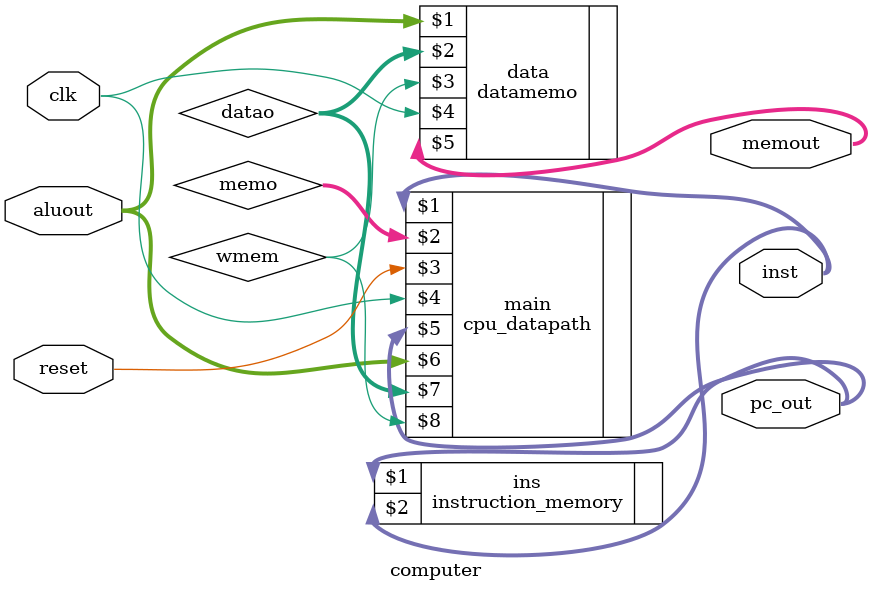
<source format=sv>
module computer #(
   parameter WIDTH=32
 ) (
   clk,reset,inst,pc_out,aluout,memout
 );
 input clk,reset;
 output [WIDTH-1:0] pc_out,inst,memout;
 inout [WIDTH-1:0] aluout;
 wire [WIDTH-1:0] datao,memo;
 wire wmem ;
 cpu_datapath main(inst,memo,reset,clk,
   pc_out,aluout,datao, wmem);
 instruction_memory ins(pc_out,inst);
 datamemo data(aluout,datao,wmem,clk,
   memout);
   //clk,memout,data,aluout,wmem);
   // (clk,dataout,datain,addr,we);
   // address,datain,we,clk,
   //dataout
 endmodule

</source>
